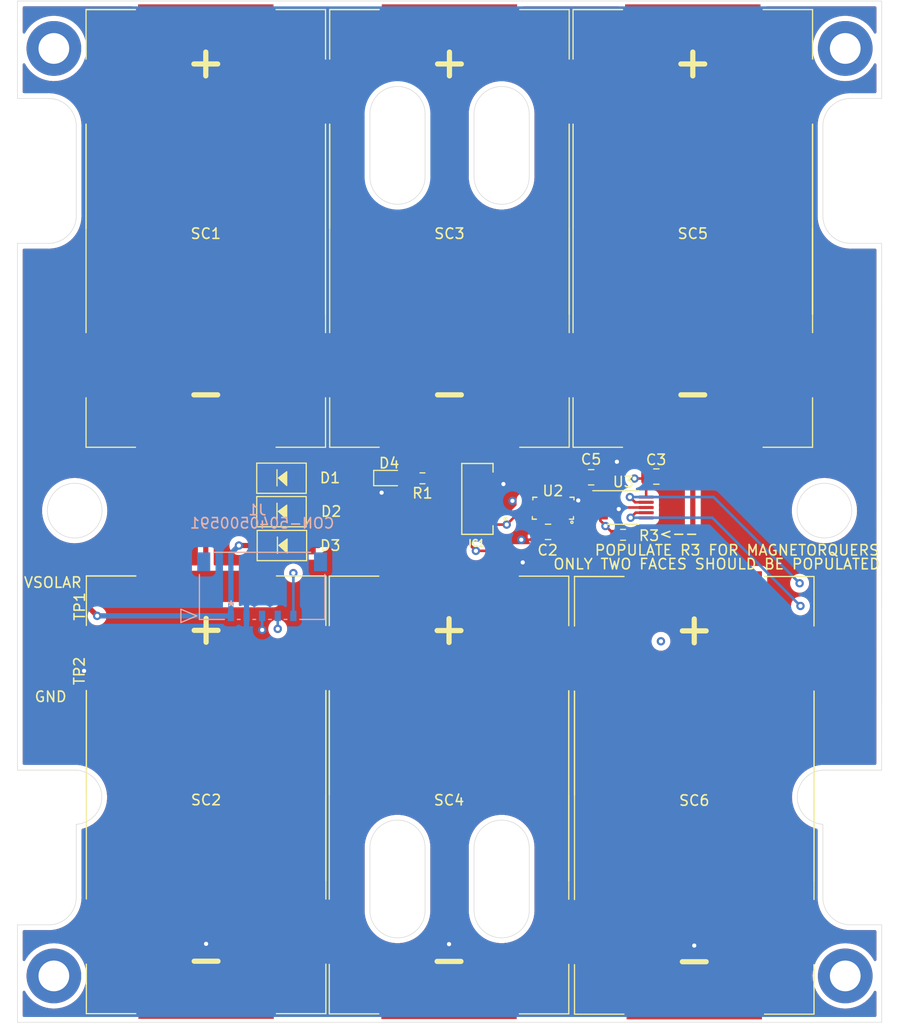
<source format=kicad_pcb>
(kicad_pcb (version 20211014) (generator pcbnew)
  (title_block (title "Yearling 2 XY Faces") (date "2023-01-30") (rev "2.0"))
  (layers (0 "F.Cu" signal) (1 "In1.Cu" signal) (2 "In2.Cu" signal) (31 "B.Cu" signal) (34 "B.Paste" user) (35 "F.Paste" user) (36 "B.SilkS" user "B.Silkscreen") (37 "F.SilkS" user "F.Silkscreen") (38 "B.Mask" user) (39 "F.Mask" user) (44 "Edge.Cuts" user))
  (net 0 "")
  (net 1 "GND")
  (net 2 "+3V3")
  (net 3 "VSOLAR")
  (net 4 "Net-(SC1-Pad2)")
  (net 5 "Net-(SC3-Pad2)")
  (net 6 "Net-(D1-Pad2)")
  (net 7 "Net-(D2-Pad2)")
  (net 8 "SDA")
  (net 9 "SCL")
  (net 10 "Net-(C5-Pad1)")
  (net 17 "Net-(C3-Pad1)")
  (net 20 "Net-(U3-Pad7)")
  (net 21 "Net-(D3-Pad2)")
  (net 22 "Net-(SC5-Pad2)")
  (net 23 "Net-(D4-Pad2)")
  (footprint "SolarPanelBoards:MountingHoles" (layer "F.Cu") (at 106 70.3)
    (fp_text reference "J2" (at 0.54 0.01) (layer "F.SilkS"))
    (fp_text value "Conn_01x01")
    (pad "1" thru_hole circle locked (at 0.5 0) (size 5.25 5.25) (drill 2.95) (layers *.Cu *.Mask))
  )
  (footprint "SolarPanelBoards:MountingHoles" (layer "F.Cu") (at 106 159.3)
    (fp_text reference "J3" (at 0.42 0.13) (layer "F.SilkS"))
    (fp_text value "Conn_01x01")
    (pad "1" thru_hole circle locked (at 0.5 0) (size 5.25 5.25) (drill 2.95) (layers *.Cu *.Mask))
  )
  (footprint "SolarPanelBoards:MountingHoles" (layer "F.Cu") (at 183 70.3)
    (fp_text reference "J4" (at -0.4 0.08) (layer "F.SilkS"))
    (fp_text value "Conn_01x01")
    (pad "1" thru_hole circle locked (at -0.5 0) (size 5.25 5.25) (drill 2.95) (layers *.Cu *.Mask))
  )
  (footprint "SolarPanelBoards:MountingHoles" (layer "F.Cu") (at 183 159.3)
    (fp_text reference "J5" (at -0.62 0.07) (layer "F.SilkS"))
    (fp_text value "Conn_01x01")
    (pad "1" thru_hole circle locked (at -0.5 0) (size 5.25 5.25) (drill 2.95) (layers *.Cu *.Mask))
  )
  (footprint "SolarPanelBoards:MCP9808-NoLeadPackage" (layer "F.Cu") (at 154.45 114.42 90)
    (fp_text reference "U2" (at 1.66 -0.02 180) (layer "F.SilkS"))
    (fp_text value "MCP9808_DFN")
    (fp_line (start 1.05 -1.95) (end 0.8 -1.95) (layer "F.SilkS") (width 0.12))
    (fp_line (start -1.05 -2) (end -0.8 -2) (layer "F.SilkS") (width 0.12))
    (fp_line (start 1.05 -1.65) (end 1.05 -1.55) (layer "F.SilkS") (width 0.12))
    (fp_line (start 1.05 2) (end 1.05 1.7) (layer "F.SilkS") (width 0.12))
    (fp_line (start -1.05 1.95) (end -0.8 1.95) (layer "F.SilkS") (width 0.12))
    (fp_line (start -1.05 -2) (end -1.05 -1.7) (layer "F.SilkS") (width 0.12))
    (fp_line (start -1.05 1.65) (end -1.05 1.95) (layer "F.SilkS") (width 0.12))
    (fp_line (start 1.05 1.7) (end 1.05 1.6) (layer "F.SilkS") (width 0.12))
    (fp_line (start -1.05 1.65) (end -1.05 1.55) (layer "F.SilkS") (width 0.12))
    (fp_line (start 1.05 1.7) (end 1.05 2) (layer "F.SilkS") (width 0.12))
    (fp_line (start 1.05 2) (end 0.8 2) (layer "F.SilkS") (width 0.12))
    (fp_line (start 1.05 -1.65) (end 1.05 -1.95) (layer "F.SilkS") (width 0.12))
    (fp_line (start 1.05 -1.95) (end 1.05 -1.65) (layer "F.SilkS") (width 0.12))
    (fp_line (start -1.05 -1.7) (end -1.05 -1.6) (layer "F.SilkS") (width 0.12))
    (fp_line (start -1.05 -1.7) (end -1.05 -2) (layer "F.SilkS") (width 0.12))
    (fp_line (start -1.05 1.95) (end -1.05 1.65) (layer "F.SilkS") (width 0.12))
    (fp_circle (center -1.35 1.8) (end -1.3 1.8) (layer "F.SilkS") (width 0.12) (fill none))
    (pad "1" smd rect (at -0.75 1.45 90) (size 0.3 0.75) (layers "F.Cu" "F.Paste" "F.Mask") (net 8 "SDA"))
    (pad "2" smd rect (at -0.25 1.45 90) (size 0.3 0.75) (layers "F.Cu" "F.Paste" "F.Mask") (net 9 "SCL"))
    (pad "3" smd rect (at 0.25 1.45 90) (size 0.3 0.75) (layers "F.Cu" "F.Paste" "F.Mask"))
    (pad "4" smd rect (at 0.75 1.45 90) (size 0.3 0.75) (layers "F.Cu" "F.Paste" "F.Mask") (net 1 "GND"))
    (pad "5" smd rect (at 0.75 -1.45 270) (size 0.3 0.75) (layers "F.Cu" "F.Paste" "F.Mask") (net 1 "GND"))
    (pad "6" smd rect (at 0.25 -1.45 270) (size 0.3 0.75) (layers "F.Cu" "F.Paste" "F.Mask") (net 2 "+3V3"))
    (pad "7" smd rect (at -0.25 -1.45 270) (size 0.3 0.75) (layers "F.Cu" "F.Paste" "F.Mask") (net 2 "+3V3"))
    (pad "8" smd rect (at -0.75 -1.45 270) (size 0.3 0.75) (layers "F.Cu" "F.Paste" "F.Mask") (net 2 "+3V3"))
    (pad "9" smd rect (at 0 0 90) (size 1.45 1.75) (layers "F.Cu" "F.Paste" "F.Mask") (net 1 "GND"))
  )
  (footprint "SolarPanelBoards:KXOB101K08F-TR" (layer "F.Cu") (at 167.86 87.57)
    (fp_text reference "SC5" (at 0 0.5) (layer "F.SilkS"))
    (fp_text value "SM101K07TF")
    (fp_text user "+" (at 0 -16) (layer "F.SilkS") (effects (font (size 3 3) (thickness 0.5))))
    (fp_text user "-" (at 0 15.75) (layer "F.SilkS") (effects (font (size 3 3) (thickness 0.5))))
    (fp_line (start -6.75 -21) (end -11.5 -21) (layer "F.SilkS") (width 0.12))
    (fp_line (start 11.5 0) (end 11.5 10) (layer "F.SilkS") (width 0.12))
    (fp_line (start -11.5 -10) (end -11.5 10) (layer "F.SilkS") (width 0.12))
    (fp_line (start -11.5 0) (end -11.5 -10) (layer "F.SilkS") (width 0.12))
    (fp_line (start 11.5 0) (end 11.5 -10) (layer "F.SilkS") (width 0.12))
    (fp_line (start 11.5 8.25) (end 11.5 0) (layer "F.SilkS") (width 0.12))
    (fp_line (start -11.5 -21) (end -11.5 -16.25) (layer "F.SilkS") (width 0.12))
    (fp_line (start 11.5 -10) (end 11.5 8.25) (layer "F.SilkS") (width 0.12))
    (fp_line (start -11.5 -21) (end -6.75 -21) (layer "F.SilkS") (width 0.12))
    (fp_line (start -11.5 21) (end -6.75 21) (layer "F.SilkS") (width 0.12))
    (fp_line (start -11.5 21) (end -11.5 16.25) (layer "F.SilkS") (width 0.12))
    (fp_line (start 11.5 -21) (end 11.5 -16.25) (layer "F.SilkS") (width 0.12))
    (fp_line (start 6.75 21) (end 11.5 21) (layer "F.SilkS") (width 0.12))
    (fp_line (start 6.75 -21) (end 11.5 -21) (layer "F.SilkS") (width 0.12))
    (fp_line (start 11.5 21) (end 11.5 16.25) (layer "F.SilkS") (width 0.12))
    (pad "1" smd rect (at 0 -20) (size 13 3) (layers "F.Cu" "F.Paste" "F.Mask") (net 21 "Net-(D3-Pad2)"))
    (pad "2" smd rect (at 0 20) (size 13 3) (layers "F.Cu" "F.Paste" "F.Mask") (net 22 "Net-(SC5-Pad2)"))
  )
  (footprint "SolarPanelBoards:Test Pad" (layer "F.Cu") (at 106.23 123.95 90)
    (fp_text reference "TP1" (at 0.11 2.75 90 unlocked) (layer "F.SilkS"))
    (fp_text value "TestPoint")
    (pad "1" smd roundrect (at 0 0 90) (size 3 3) (layers "F.Cu" "F.Paste" "F.Mask") (net 3 "VSOLAR"))
  )
  (footprint "SolarPanelBoards:DO-214AC" (layer "F.Cu") (at 128.4 118)
    (fp_text reference "D3" (at 4.65 0) (layer "F.SilkS"))
    (fp_text value "CDBA240LL-HF")
    (fp_line (start -2.375 1.45) (end 2.375 1.45) (layer "F.SilkS") (width 0.12))
    (fp_line (start -2.375 1.45) (end -2.375 -1.45) (layer "F.SilkS") (width 0.12))
    (fp_line (start 2.375 1.45) (end 2.375 -1.45) (layer "F.SilkS") (width 0.12))
    (fp_line (start -0.4318 -0.8128) (end -0.4318 0.7366) (layer "F.SilkS") (width 0.12))
    (fp_line (start -2.375 -1.45) (end 2.375 -1.45) (layer "F.SilkS") (width 0.12))
    (fp_poly (pts (xy 0.508 0.7112) (xy -0.3048 -0.0254) (xy 0.508 -0.635)) (layer "F.SilkS") (width 0.1) (fill solid))
    (pad "1" smd rect locked (at -2 0) (size 2.5 1.7) (layers "F.Cu" "F.Paste" "F.Mask") (net 3 "VSOLAR"))
    (pad "2" smd rect locked (at 2 0) (size 2.5 1.7) (layers "F.Cu" "F.Paste" "F.Mask") (net 21 "Net-(D3-Pad2)"))
  )
  (footprint "SolarPanelBoards:Test Pad" (layer "F.Cu") (at 106.22 130.03 90)
    (fp_text reference "TP2" (at 0 2.73 90 unlocked) (layer "F.SilkS"))
    (fp_text value "TestPoint")
    (pad "1" smd roundrect (at 0 0 90) (size 3 3) (layers "F.Cu" "F.Paste" "F.Mask") (net 1 "GND"))
  )
  (footprint "SolarPanelBoards:DO-214AC" (layer "F.Cu") (at 128.36 111.54)
    (fp_text reference "D1" (at 4.66 -0.03) (layer "F.SilkS"))
    (fp_text value "CDBA240LL-HF")
    (fp_line (start -2.375 1.45) (end -2.375 -1.45) (layer "F.SilkS") (width 0.12))
    (fp_line (start 2.375 1.45) (end 2.375 -1.45) (layer "F.SilkS") (width 0.12))
    (fp_line (start -2.375 1.45) (end 2.375 1.45) (layer "F.SilkS") (width 0.12))
    (fp_line (start -2.375 -1.45) (end 2.375 -1.45) (layer "F.SilkS") (width 0.12))
    (fp_line (start -0.4318 -0.8128) (end -0.4318 0.7366) (layer "F.SilkS") (width 0.12))
    (fp_poly (pts (xy 0.508 0.7112) (xy -0.3048 -0.0254) (xy 0.508 -0.635)) (layer "F.SilkS") (width 0.1) (fill solid))
    (pad "1" smd rect locked (at -2 0) (size 2.5 1.7) (layers "F.Cu" "F.Paste" "F.Mask") (net 3 "VSOLAR"))
    (pad "2" smd rect locked (at 2 0) (size 2.5 1.7) (layers "F.Cu" "F.Paste" "F.Mask") (net 6 "Net-(D1-Pad2)"))
  )
  (footprint "SolarPanelBoards:KXOB101K08F-TR" (layer "F.Cu") (at 144.49 87.57)
    (fp_text reference "SC3" (at 0 0.5) (layer "F.SilkS"))
    (fp_text value "SM101K07TF")
    (fp_text user "-" (at 0 15.75) (layer "F.SilkS") (effects (font (size 3 3) (thickness 0.5))))
    (fp_text user "+" (at 0 -16) (layer "F.SilkS") (effects (font (size 3 3) (thickness 0.5))))
    (fp_line (start -11.5 0) (end -11.5 -10) (layer "F.SilkS") (width 0.12))
    (fp_line (start -11.5 -10) (end -11.5 10) (layer "F.SilkS") (width 0.12))
    (fp_line (start 6.75 -21) (end 11.5 -21) (layer "F.SilkS") (width 0.12))
    (fp_line (start 11.5 -21) (end 11.5 -16.25) (layer "F.SilkS") (width 0.12))
    (fp_line (start -11.5 -21) (end -11.5 -16.25) (layer "F.SilkS") (width 0.12))
    (fp_line (start 11.5 -10) (end 11.5 8.25) (layer "F.SilkS") (width 0.12))
    (fp_line (start -11.5 21) (end -6.75 21) (layer "F.SilkS") (width 0.12))
    (fp_line (start -11.5 21) (end -11.5 16.25) (layer "F.SilkS") (width 0.12))
    (fp_line (start -6.75 -21) (end -11.5 -21) (layer "F.SilkS") (width 0.12))
    (fp_line (start 11.5 8.25) (end 11.5 0) (layer "F.SilkS") (width 0.12))
    (fp_line (start 6.75 21) (end 11.5 21) (layer "F.SilkS") (width 0.12))
    (fp_line (start 11.5 21) (end 11.5 16.25) (layer "F.SilkS") (width 0.12))
    (fp_line (start -11.5 -21) (end -6.75 -21) (layer "F.SilkS") (width 0.12))
    (fp_line (start 11.5 0) (end 11.5 10) (layer "F.SilkS") (width 0.12))
    (fp_line (start 11.5 0) (end 11.5 -10) (layer "F.SilkS") (width 0.12))
    (pad "1" smd rect (at 0 -20) (size 13 3) (layers "F.Cu" "F.Paste" "F.Mask") (net 7 "Net-(D2-Pad2)"))
    (pad "2" smd rect (at 0 20) (size 13 3) (layers "F.Cu" "F.Paste" "F.Mask") (net 5 "Net-(SC3-Pad2)"))
  )
  (footprint "SolarPanelBoards:KXOB101K08F-TR" (layer "F.Cu") (at 144.45 141.94)
    (fp_text reference "SC4" (at 0 0.5) (layer "F.SilkS"))
    (fp_text value "SM101K07TF")
    (fp_text user "-" (at 0 15.75) (layer "F.SilkS") (effects (font (size 3 3) (thickness 0.5))))
    (fp_text user "+" (at 0 -16) (layer "F.SilkS") (effects (font (size 3 3) (thickness 0.5))))
    (fp_line (start 11.5 0) (end 11.5 -10) (layer "F.SilkS") (width 0.12))
    (fp_line (start -11.5 -10) (end -11.5 10) (layer "F.SilkS") (width 0.12))
    (fp_line (start 11.5 -10) (end 11.5 8.25) (layer "F.SilkS") (width 0.12))
    (fp_line (start -11.5 21) (end -6.75 21) (layer "F.SilkS") (width 0.12))
    (fp_line (start 11.5 8.25) (end 11.5 0) (layer "F.SilkS") (width 0.12))
    (fp_line (start -11.5 0) (end -11.5 -10) (layer "F.SilkS") (width 0.12))
    (fp_line (start 11.5 -21) (end 11.5 -16.25) (layer "F.SilkS") (width 0.12))
    (fp_line (start 11.5 0) (end 11.5 10) (layer "F.SilkS") (width 0.12))
    (fp_line (start -6.75 -21) (end -11.5 -21) (layer "F.SilkS") (width 0.12))
    (fp_line (start -11.5 -21) (end -6.75 -21) (layer "F.SilkS") (width 0.12))
    (fp_line (start 11.5 21) (end 11.5 16.25) (layer "F.SilkS") (width 0.12))
    (fp_line (start 6.75 -21) (end 11.5 -21) (layer "F.SilkS") (width 0.12))
    (fp_line (start 6.75 21) (end 11.5 21) (layer "F.SilkS") (width 0.12))
    (fp_line (start -11.5 -21) (end -11.5 -16.25) (layer "F.SilkS") (width 0.12))
    (fp_line (start -11.5 21) (end -11.5 16.25) (layer "F.SilkS") (width 0.12))
    (pad "1" smd rect (at 0 -20) (size 13 3) (layers "F.Cu" "F.Paste" "F.Mask") (net 5 "Net-(SC3-Pad2)"))
    (pad "2" smd rect (at 0 20) (size 13 3) (layers "F.Cu" "F.Paste" "F.Mask") (net 1 "GND"))
  )
  (footprint "SolarPanelBoards:KXOB101K08F-TR" (layer "F.Cu") (at 121.12 141.92)
    (fp_text reference "SC2" (at 0 0.5) (layer "F.SilkS"))
    (fp_text value "SM101K07TF")
    (fp_text user "+" (at 0 -16) (layer "F.SilkS") (effects (font (size 3 3) (thickness 0.5))))
    (fp_text user "-" (at 0 15.75) (layer "F.SilkS") (effects (font (size 3 3) (thickness 0.5))))
    (fp_line (start 11.5 8.25) (end 11.5 0) (layer "F.SilkS") (width 0.12))
    (fp_line (start -11.5 21) (end -6.75 21) (layer "F.SilkS") (width 0.12))
    (fp_line (start -11.5 21) (end -11.5 16.25) (layer "F.SilkS") (width 0.12))
    (fp_line (start -6.75 -21) (end -11.5 -21) (layer "F.SilkS") (width 0.12))
    (fp_line (start 11.5 -10) (end 11.5 8.25) (layer "F.SilkS") (width 0.12))
    (fp_line (start -11.5 0) (end -11.5 -10) (layer "F.SilkS") (width 0.12))
    (fp_line (start -11.5 -10) (end -11.5 10) (layer "F.SilkS") (width 0.12))
    (fp_line (start 11.5 0) (end 11.5 -10) (layer "F.SilkS") (width 0.12))
    (fp_line (start 11.5 -21) (end 11.5 -16.25) (layer "F.SilkS") (width 0.12))
    (fp_line (start -11.5 -21) (end -6.75 -21) (layer "F.SilkS") (width 0.12))
    (fp_line (start 6.75 -21) (end 11.5 -21) (layer "F.SilkS") (width 0.12))
    (fp_line (start -11.5 -21) (end -11.5 -16.25) (layer "F.SilkS") (width 0.12))
    (fp_line (start 11.5 0) (end 11.5 10) (layer "F.SilkS") (width 0.12))
    (fp_line (start 11.5 21) (end 11.5 16.25) (layer "F.SilkS") (width 0.12))
    (fp_line (start 6.75 21) (end 11.5 21) (layer "F.SilkS") (width 0.12))
    (pad "1" smd rect (at 0 -20) (size 13 3) (layers "F.Cu" "F.Paste" "F.Mask") (net 4 "Net-(SC1-Pad2)"))
    (pad "2" smd rect (at 0 20) (size 13 3) (layers "F.Cu" "F.Paste" "F.Mask") (net 1 "GND"))
  )
  (footprint "SolarPanelBoards:DO-214AC" (layer "F.Cu") (at 128.36 114.75)
    (fp_text reference "D2" (at 4.77 -0.02) (layer "F.SilkS"))
    (fp_text value "CDBA240LL-HF")
    (fp_line (start -2.375 1.45) (end -2.375 -1.45) (layer "F.SilkS") (width 0.12))
    (fp_line (start -2.375 -1.45) (end 2.375 -1.45) (layer "F.SilkS") (width 0.12))
    (fp_line (start 2.375 1.45) (end 2.375 -1.45) (layer "F.SilkS") (width 0.12))
    (fp_line (start -2.375 1.45) (end 2.375 1.45) (layer "F.SilkS") (width 0.12))
    (fp_line (start -0.4318 -0.8128) (end -0.4318 0.7366) (layer "F.SilkS") (width 0.12))
    (fp_poly (pts (xy 0.508 0.7112) (xy -0.3048 -0.0254) (xy 0.508 -0.635)) (layer "F.SilkS") (width 0.1) (fill solid))
    (pad "1" smd rect locked (at -2 0) (size 2.5 1.7) (layers "F.Cu" "F.Paste" "F.Mask") (net 3 "VSOLAR"))
    (pad "2" smd rect locked (at 2 0) (size 2.5 1.7) (layers "F.Cu" "F.Paste" "F.Mask") (net 7 "Net-(D2-Pad2)"))
  )
  (footprint "SolarPanelBoards:KXOB101K08F-TR" (layer "F.Cu") (at 168 141.97)
    (fp_text reference "SC6" (at 0 0.5) (layer "F.SilkS"))
    (fp_text value "SM101K07TF")
    (fp_text user "-" (at 0 15.75) (layer "F.SilkS") (effects (font (size 3 3) (thickness 0.5))))
    (fp_text user "+" (at 0 -16) (layer "F.SilkS") (effects (font (size 3 3) (thickness 0.5))))
    (fp_line (start 11.5 0) (end 11.5 10) (layer "F.SilkS") (width 0.12))
    (fp_line (start -6.75 -21) (end -11.5 -21) (layer "F.SilkS") (width 0.12))
    (fp_line (start -11.5 0) (end -11.5 -10) (layer "F.SilkS") (width 0.12))
    (fp_line (start 6.75 -21) (end 11.5 -21) (layer "F.SilkS") (width 0.12))
    (fp_line (start 11.5 0) (end 11.5 -10) (layer "F.SilkS") (width 0.12))
    (fp_line (start -11.5 21) (end -6.75 21) (layer "F.SilkS") (width 0.12))
    (fp_line (start 6.75 21) (end 11.5 21) (layer "F.SilkS") (width 0.12))
    (fp_line (start -11.5 -10) (end -11.5 10) (layer "F.SilkS") (width 0.12))
    (fp_line (start 11.5 -21) (end 11.5 -16.25) (layer "F.SilkS") (width 0.12))
    (fp_line (start 11.5 8.25) (end 11.5 0) (layer "F.SilkS") (width 0.12))
    (fp_line (start -11.5 21) (end -11.5 16.25) (layer "F.SilkS") (width 0.12))
    (fp_line (start -11.5 -21) (end -6.75 -21) (layer "F.SilkS") (width 0.12))
    (fp_line (start -11.5 -21) (end -11.5 -16.25) (layer "F.SilkS") (width 0.12))
    (fp_line (start 11.5 -10) (end 11.5 8.25) (layer "F.SilkS") (width 0.12))
    (fp_line (start 11.5 21) (end 11.5 16.25) (layer "F.SilkS") (width 0.12))
    (pad "1" smd rect (at 0 -20) (size 13 3) (layers "F.Cu" "F.Paste" "F.Mask") (net 22 "Net-(SC5-Pad2)"))
    (pad "2" smd rect (at 0 20) (size 13 3) (layers "F.Cu" "F.Paste" "F.Mask") (net 1 "GND"))
  )
  (footprint "Capacitor_SMD:C_0805_2012Metric" (layer "F.Cu") (at 153.96 116.69)
    (fp_text reference "C2" (at -0.04 1.76) (layer "F.SilkS"))
    (fp_text value "1uF")
    (fp_line (start -0.261252 -0.735) (end 0.261252 -0.735) (layer "F.SilkS") (width 0.12))
    (fp_line (start -0.261252 0.735) (end 0.261252 0.735) (layer "F.SilkS") (width 0.12))
    (pad "1" smd roundrect (at -0.95 0) (size 1 1.45) (layers "F.Cu" "F.Paste" "F.Mask") (net 2 "+3V3"))
    (pad "2" smd roundrect (at 0.95 0) (size 1 1.45) (layers "F.Cu" "F.Paste" "F.Mask") (net 1 "GND"))
  )
  (footprint "Capacitor_SMD:C_0805_2012Metric" (layer "F.Cu") (at 158.1 111.45 180)
    (fp_text reference "C5" (at 0.01 1.72) (layer "F.SilkS"))
    (fp_text value "1uF")
    (fp_line (start -0.261252 0.735) (end 0.261252 0.735) (layer "F.SilkS") (width 0.12))
    (fp_line (start -0.261252 -0.735) (end 0.261252 -0.735) (layer "F.SilkS") (width 0.12))
    (pad "1" smd roundrect (at -0.95 0 180) (size 1 1.45) (layers "F.Cu" "F.Paste" "F.Mask") (net 10 "Net-(C5-Pad1)"))
    (pad "2" smd roundrect (at 0.95 0 180) (size 1 1.45) (layers "F.Cu" "F.Paste" "F.Mask") (net 1 "GND"))
  )
  (footprint "VEML7700-TT:XDCR_VEML7700-TT" (layer "F.Cu") (at 147.175 113.525 180)
    (fp_text reference "IC1" (at 0.082 -4.2564) (layer "F.SilkS") (effects (font (size 0.64 0.64))))
    (fp_text value "VEML7700")
    (fp_line (start 1.5 -3.4) (end 1.5 3.4) (layer "F.SilkS") (width 0.127))
    (fp_line (start -1.5 -2.575) (end -1.5 -3.4) (layer "F.SilkS") (width 0.127))
    (fp_line (start -1.5 3.4) (end -1.5 2.575) (layer "F.SilkS") (width 0.127))
    (fp_line (start -1.5 -3.4) (end 1.5 -3.4) (layer "F.SilkS") (width 0.127))
    (fp_line (start 1.5 3.4) (end -1.5 3.4) (layer "F.SilkS") (width 0.127))
    (fp_circle (center -2.7 -1.905) (end -2.6 -1.905) (layer "F.SilkS") (width 0.2) (fill none))
    (pad "1" smd rect locked (at -0.9 -1.905 180) (size 1.6 0.7) (layers "F.Cu" "F.Paste" "F.Mask") (net 9 "SCL"))
    (pad "2" smd rect locked (at -0.9 -0.635 180) (size 1.6 0.7) (layers "F.Cu" "F.Paste" "F.Mask") (net 2 "+3V3"))
    (pad "3" smd rect locked (at -0.9 0.635 180) (size 1.6 0.7) (layers "F.Cu" "F.Paste" "F.Mask") (net 1 "GND"))
    (pad "4" smd rect locked (at -0.9 1.905 180) (size 1.6 0.7) (layers "F.Cu" "F.Paste" "F.Mask") (net 8 "SDA"))
  )
  (footprint "Resistor_SMD:R_0603_1608Metric" (layer "F.Cu") (at 161.165 116.97 180)
    (fp_text reference "R3" (at -2.495 -0.08) (layer "F.SilkS"))
    (fp_text value "0-Ohm")
    (fp_line (start -0.237258 0.5225) (end 0.237258 0.5225) (layer "F.SilkS") (width 0.12))
    (fp_line (start -0.237258 -0.5225) (end 0.237258 -0.5225) (layer "F.SilkS") (width 0.12))
    (pad "1" smd roundrect (at -0.825 0 180) (size 0.8 0.95) (layers "F.Cu" "F.Paste" "F.Mask") (net 2 "+3V3"))
    (pad "2" smd roundrect (at 0.825 0 180) (size 0.8 0.95) (layers "F.Cu" "F.Paste" "F.Mask") (net 17 "Net-(C3-Pad1)"))
  )
  (footprint "Capacitor_SMD:C_0805_2012Metric" (layer "F.Cu") (at 164.36 111.38)
    (fp_text reference "C3" (at -0.02 -1.61 180) (layer "F.SilkS"))
    (fp_text value "1uF")
    (fp_line (start -0.261252 0.735) (end 0.261252 0.735) (layer "F.SilkS") (width 0.12))
    (fp_line (start -0.261252 -0.735) (end 0.261252 -0.735) (layer "F.SilkS") (width 0.12))
    (pad "1" smd roundrect (at -0.95 0) (size 1 1.45) (layers "F.Cu" "F.Paste" "F.Mask") (net 17 "Net-(C3-Pad1)"))
    (pad "2" smd roundrect (at 0.95 0) (size 1 1.45) (layers "F.Cu" "F.Paste" "F.Mask") (net 1 "GND"))
  )
  (footprint "LED_SMD:LED_0603_1608Metric" (layer "F.Cu") (at 138.7 111.525)
    (fp_text reference "D4" (at 0 -1.43) (layer "F.SilkS"))
    (fp_text value "CQY99")
    (fp_line (start 0.8 -0.735) (end -1.485 -0.735) (layer "F.SilkS") (width 0.12))
    (fp_line (start -1.485 0.735) (end 0.8 0.735) (layer "F.SilkS") (width 0.12))
    (fp_line (start -1.485 -0.735) (end -1.485 0.735) (layer "F.SilkS") (width 0.12))
    (pad "1" smd roundrect (at -0.7875 0) (size 0.875 0.95) (layers "F.Cu" "F.Paste" "F.Mask") (net 1 "GND"))
    (pad "2" smd roundrect (at 0.7875 0) (size 0.875 0.95) (layers "F.Cu" "F.Paste" "F.Mask") (net 23 "Net-(D4-Pad2)"))
  )
  (footprint "SolarPanelBoards:KXOB101K08F-TR" (layer "F.Cu") (at 121.09 87.57)
    (fp_text reference "SC1" (at 0 0.5) (layer "F.SilkS"))
    (fp_text value "SM101K07TF")
    (fp_text user "+" (at 0 -16) (layer "F.SilkS") (effects (font (size 3 3) (thickness 0.5))))
    (fp_text user "-" (at 0 15.75) (layer "F.SilkS") (effects (font (size 3 3) (thickness 0.5))))
    (fp_line (start 11.5 -21) (end 11.5 -16.25) (layer "F.SilkS") (width 0.12))
    (fp_line (start -6.75 -21) (end -11.5 -21) (layer "F.SilkS") (width 0.12))
    (fp_line (start 6.75 21) (end 11.5 21) (layer "F.SilkS") (width 0.12))
    (fp_line (start -11.5 21) (end -11.5 16.25) (layer "F.SilkS") (width 0.12))
    (fp_line (start 11.5 8.25) (end 11.5 0) (layer "F.SilkS") (width 0.12))
    (fp_line (start -11.5 21) (end -6.75 21) (layer "F.SilkS") (width 0.12))
    (fp_line (start 11.5 21) (end 11.5 16.25) (layer "F.SilkS") (width 0.12))
    (fp_line (start -11.5 -21) (end -11.5 -16.25) (layer "F.SilkS") (width 0.12))
    (fp_line (start 11.5 0) (end 11.5 -10) (layer "F.SilkS") (width 0.12))
    (fp_line (start 6.75 -21) (end 11.5 -21) (layer "F.SilkS") (width 0.12))
    (fp_line (start 11.5 0) (end 11.5 10) (layer "F.SilkS") (width 0.12))
    (fp_line (start 11.5 -10) (end 11.5 8.25) (layer "F.SilkS") (width 0.12))
    (fp_line (start -11.5 -10) (end -11.5 10) (layer "F.SilkS") (width 0.12))
    (fp_line (start -11.5 0) (end -11.5 -10) (layer "F.SilkS") (width 0.12))
    (fp_line (start -11.5 -21) (end -6.75 -21) (layer "F.SilkS") (width 0.12))
    (pad "1" smd rect (at 0 -20) (size 13 3) (layers "F.Cu" "F.Paste" "F.Mask") (net 6 "Net-(D1-Pad2)"))
    (pad "2" smd rect (at 0 20) (size 13 3) (layers "F.Cu" "F.Paste" "F.Mask") (net 4 "Net-(SC1-Pad2)"))
  )
  (footprint "Resistor_SMD:R_0603_1608Metric" (layer "F.Cu") (at 141.9 111.55 180)
    (fp_text reference "R1" (at 0 -1.43) (layer "F.SilkS"))
    (fp_text value "1k")
    (fp_line (start -0.237258 -0.5225) (end 0.237258 -0.5225) (layer "F.SilkS") (width 0.12))
    (fp_line (start -0.237258 0.5225) (end 0.237258 0.5225) (layer "F.SilkS") (width 0.12))
    (pad "1" smd roundrect (at -0.825 0 180) (size 0.8 0.95) (layers "F.Cu" "F.Paste" "F.Mask") (net 2 "+3V3"))
    (pad "2" smd roundrect (at 0.825 0 180) (size 0.8 0.95) (layers "F.Cu" "F.Paste" "F.Mask") (net 23 "Net-(D4-Pad2)"))
  )
  (footprint "Package_SO:VSSOP-10_3x3mm_P0.5mm" (layer "F.Cu") (at 161.18 114.35)
    (fp_text reference "U3" (at 0 -2.45) (layer "F.SilkS"))
    (fp_text value "DRV2605LDGS")
    (fp_line (start 0 1.61) (end 1.5 1.61) (layer "F.SilkS") (width 0.12))
    (fp_line (start 0 -1.61) (end -2.925 -1.61) (layer "F.SilkS") (width 0.12))
    (fp_line (start 0 -1.61) (end 1.5 -1.61) (layer "F.SilkS") (width 0.12))
    (fp_line (start 0 1.61) (end -1.5 1.61) (layer "F.SilkS") (width 0.12))
    (pad "1" smd roundrect (at -2.2 -1) (size 1.45 0.3) (layers "F.Cu" "F.Paste" "F.Mask") (net 10 "Net-(C5-Pad1)"))
    (pad "2" smd roundrect (at -2.2 -0.5) (size 1.45 0.3) (layers "F.Cu" "F.Paste" "F.Mask") (net 9 "SCL"))
    (pad "3" smd roundrect (at -2.2 0) (size 1.45 0.3) (layers "F.Cu" "F.Paste" "F.Mask") (net 8 "SDA"))
    (pad "4" smd roundrect (at -2.2 0.5) (size 1.45 0.3) (layers "F.Cu" "F.Paste" "F.Mask") (net 1 "GND"))
    (pad "5" smd roundrect (at -2.2 1) (size 1.45 0.3) (layers "F.Cu" "F.Paste" "F.Mask") (net 17 "Net-(C3-Pad1)"))
    (pad "6" smd roundrect (at 2.2 1) (size 1.45 0.3) (layers "F.Cu" "F.Paste" "F.Mask"))
    (pad "7" smd roundrect (at 2.2 0.5) (size 1.45 0.3) (layers "F.Cu" "F.Paste" "F.Mask") (net 20 "Net-(U3-Pad7)"))
    (pad "8" smd roundrect (at 2.2 0) (size 1.45 0.3) (layers "F.Cu" "F.Paste" "F.Mask") (net 1 "GND"))
    (pad "9" smd roundrect (at 2.2 -0.5) (size 1.45 0.3) (layers "F.Cu" "F.Paste" "F.Mask") (net 20 "Net-(U3-Pad7)"))
    (pad "10" smd roundrect (at 2.2 -1) (size 1.45 0.3) (layers "F.Cu" "F.Paste" "F.Mask") (net 17 "Net-(C3-Pad1)"))
  )
  (footprint "SolarPanelBoards:CON_5040500591" (layer "B.Cu") (at 123.5 124.75 180)
    (fp_text reference "J1" (at -2.54 10.16) (layer "B.SilkS") (effects (justify mirror)))
    (fp_text value "CON-5040500591" (at -3.000002 8.89) (layer "B.SilkS") (effects (justify mirror)))
    (fp_text user "*" (at -0.02 0.88) (layer "B.SilkS") (effects (justify mirror)))
    (fp_line (start -9.024989 -0.34) (end -6.620041 -0.34) (layer "B.SilkS") (width 0.12))
    (fp_line (start -9.024989 3.96996) (end -9.024989 -0.34) (layer "B.SilkS") (width 0.12))
    (fp_line (start -2.379959 -0.34) (end -2.12004 -0.34) (layer "B.SilkS") (width 0.12))
    (fp_line (start -3.879961 -0.34) (end -3.620039 -0.34) (layer "B.SilkS") (width 0.12))
    (fp_line (start 4.802987 -0.635) (end 3.278987 0) (layer "B.SilkS") (width 0.12))
    (fp_line (start -5.379961 -0.34) (end -5.120041 -0.34) (layer "B.SilkS") (width 0.12))
    (fp_line (start 1.660115 6.1) (end -7.660116 6.1) (layer "B.SilkS") (width 0.12))
    (fp_line (start 3.278987 0) (end 4.802987 0.635) (layer "B.SilkS") (width 0.12))
    (fp_line (start -0.87996 -0.34) (end -0.62004 -0.34) (layer "B.SilkS") (width 0.12))
    (fp_line (start 0.62004 -0.34) (end 3.024988 -0.34) (layer "B.SilkS") (width 0.12))
    (fp_line (start 4.802987 0.635) (end 4.802987 -0.635) (layer "B.SilkS") (width 0.12))
    (fp_line (start 3.024988 -0.34) (end 3.024988 3.96996) (layer "B.SilkS") (width 0.12))
    (pad "1" smd rect locked (at 0 0 180) (size 0.6 1) (layers "B.Cu" "B.Paste" "B.Mask") (net 3 "VSOLAR"))
    (pad "2" smd rect locked (at -1.5 0 180) (size 0.6 1) (layers "B.Cu" "B.Paste" "B.Mask") (net 1 "GND"))
    (pad "3" smd rect locked (at -2.999999 0 180) (size 0.6 1) (layers "B.Cu" "B.Paste" "B.Mask") (net 2 "+3V3"))
    (pad "4" smd rect locked (at -4.500001 0 180) (size 0.6 1) (layers "B.Cu" "B.Paste" "B.Mask") (net 9 "SCL"))
    (pad "5" smd rect locked (at -6.000001 0 180) (size 0.6 1) (layers "B.Cu" "B.Paste" "B.Mask") (net 8 "SDA"))
    (pad "6" smd rect locked (at 2.604999 5.19 180) (size 1.25 1.8) (layers "B.Cu" "B.Paste" "B.Mask"))
    (pad "7" smd rect locked (at -8.604999 5.19 180) (size 1.25 1.8) (layers "B.Cu" "B.Paste" "B.Mask"))
  )
  (gr_line (start 136.85 153) (end 136.85 147) (layer "Edge.Cuts") (width 0.05))
  (gr_line (start 142.15 153) (end 142.15 147) (layer "Edge.Cuts") (width 0.05))
  (gr_line (start 146.85 147) (end 146.85 153) (layer "Edge.Cuts") (width 0.05))
  (gr_line (start 152.15 153) (end 152.15 147) (layer "Edge.Cuts") (width 0.05))
  (gr_line (start 142.15 76.6) (end 142.15 82.6) (layer "Edge.Cuts") (width 0.05))
  (gr_line (start 136.85 76.6) (end 136.85 82.6) (layer "Edge.Cuts") (width 0.05))
  (gr_line (start 146.85 76.6) (end 146.85 82.6) (layer "Edge.Cuts") (width 0.05))
  (gr_line (start 152.15 76.6) (end 152.15 82.6) (layer "Edge.Cuts") (width 0.05))
  (gr_line (start 186 65.75) (end 103 65.75) (layer "Edge.Cuts") (width 0.05))
  (gr_circle (center 180.5 114.65) (end 183.125 114.65) (layer "Edge.Cuts") (width 0.05) (fill none))
  (gr_line (start 108.744606 139.55719) (end 103 139.55719) (layer "Edge.Cuts") (width 0.05))
  (gr_arc (start 180.350001 144.749999) (mid 177.895915 142.199891) (end 180.25 139.55719) (layer "Edge.Cuts") (width 0.05))
  (gr_line (start 186 163.75) (end 186 156.45) (layer "Edge.Cuts") (width 0.05))
  (gr_line (start 186 73.1) (end 186 65.75) (layer "Edge.Cuts") (width 0.05))
  (gr_line (start 106 75.1) (end 103 75.1) (layer "Edge.Cuts") (width 0.05))
  (gr_arc (start 106 75.1) (mid 107.873833 75.876167) (end 108.65 77.75) (layer "Edge.Cuts") (width 0.05))
  (gr_arc (start 108.65 86.35) (mid 107.873833 88.223833) (end 106 89) (layer "Edge.Cuts") (width 0.05))
  (gr_line (start 106 89) (end 103 89) (layer "Edge.Cuts") (width 0.05))
  (gr_line (start 108.65 77.75) (end 108.65 86.35) (layer "Edge.Cuts") (width 0.05))
  (gr_arc (start 180.35 77.75) (mid 181.126167 75.876167) (end 183 75.1) (layer "Edge.Cuts") (width 0.05))
  (gr_arc (start 183 89) (mid 181.126167 88.223833) (end 180.35 86.35) (layer "Edge.Cuts") (width 0.05))
  (gr_line (start 183 75.1) (end 186 75.1) (layer "Edge.Cuts") (width 0.05))
  (gr_line (start 180.35 77.75) (end 180.35 86.35) (layer "Edge.Cuts") (width 0.05))
  (gr_line (start 183 89) (end 186 89) (layer "Edge.Cuts") (width 0.05))
  (gr_line (start 103 65.75) (end 103 75.1) (layer "Edge.Cuts") (width 0.05))
  (gr_line (start 103 89) (end 103 139.55719) (layer "Edge.Cuts") (width 0.05))
  (gr_line (start 103 154.4) (end 103 163.75) (layer "Edge.Cuts") (width 0.05))
  (gr_line (start 186 156.45) (end 186 154.4) (layer "Edge.Cuts") (width 0.05))
  (gr_line (start 186 75.1) (end 186 73.1) (layer "Edge.Cuts") (width 0.05))
  (gr_line (start 185.994606 139.55719) (end 180.25 139.55719) (layer "Edge.Cuts") (width 0.05))
  (gr_arc (start 142.15 82.6) (mid 139.5 85.25) (end 136.85 82.6) (layer "Edge.Cuts") (width 0.05))
  (gr_arc (start 108.744606 139.55719) (mid 111.10389 142.19744) (end 108.649999 144.749999) (layer "Edge.Cuts") (width 0.05))
  (gr_line (start 108.65 151.75) (end 108.65 144.75) (layer "Edge.Cuts") (width 0.05))
  (gr_arc (start 146.85 76.6) (mid 149.5 73.95) (end 152.15 76.6) (layer "Edge.Cuts") (width 0.05))
  (gr_arc (start 136.85 76.6) (mid 139.5 73.95) (end 142.15 76.6) (layer "Edge.Cuts") (width 0.05))
  (gr_line (start 103 163.75) (end 186 163.75) (layer "Edge.Cuts") (width 0.05))
  (gr_arc (start 136.85 147) (mid 139.5 144.35) (end 142.15 147) (layer "Edge.Cuts") (width 0.05))
  (gr_line (start 180.35 151.75) (end 180.35 144.75) (layer "Edge.Cuts") (width 0.05))
  (gr_line (start 106 154.4) (end 103 154.4) (layer "Edge.Cuts") (width 0.05))
  (gr_arc (start 142.15 153) (mid 139.5 155.65) (end 136.85 153) (layer "Edge.Cuts") (width 0.05))
  (gr_arc (start 146.85 147) (mid 149.5 144.35) (end 152.15 147) (layer "Edge.Cuts") (width 0.05))
  (gr_arc (start 108.65 151.75) (mid 107.873833 153.623833) (end 106 154.4) (layer "Edge.Cuts") (width 0.05))
  (gr_arc (start 183 154.4) (mid 181.126167 153.623833) (end 180.35 151.75) (layer "Edge.Cuts") (width 0.05))
  (gr_arc (start 152.15 153) (mid 149.5 155.65) (end 146.85 153) (layer "Edge.Cuts") (width 0.05))
  (gr_line (start 183 154.4) (end 186 154.4) (layer "Edge.Cuts") (width 0.05))
  (gr_line (start 186 89) (end 185.994606 139.55719) (layer "Edge.Cuts") (width 0.05))
  (gr_arc (start 152.15 82.6) (mid 149.5 85.25) (end 146.85 82.6) (layer "Edge.Cuts") (width 0.05))
  (gr_circle (center 108.5 114.65) (end 111.125 114.65) (layer "Edge.Cuts") (width 0.05) (fill none))
  (gr_text "GND" (at 106.19 132.51) (layer "F.SilkS") (effects (font (size 1 1))))
  (gr_text "POPULATE R3 FOR MAGNETORQUERS" (at 172.1 118.45) (layer "F.SilkS") (effects (font (size 1 1))))
  (gr_text "<--" (at 166.51 116.85) (layer "F.SilkS") (effects (font (size 1 1))))
  (gr_text "ONLY TWO FACES SHOULD BE POPULATED" (at 170.15 119.78) (layer "F.SilkS") (effects (font (size 1 1))))
  (gr_text "VSOLAR" (at 106.4 121.55) (layer "F.SilkS") (effects (font (size 1 1))))
  (segment (start 148.075 112.89) (end 148.885 112.89) (width 0.25) (layer "F.Cu") (net 1))
  (segment (start 158.36 109.96) (end 158.75 109.96) (width 0.25) (layer "F.Cu") (net 1))
  (segment (start 163.89 109.96) (end 165.31 111.38) (width 0.25) (layer "F.Cu") (net 1))
  (segment (start 158.75 109.96) (end 160.57 109.96) (width 0.25) (layer "F.Cu") (net 1))
  (segment (start 155.9 113.67) (end 155.2 113.67) (width 0.25) (layer "F.Cu") (net 1))
  (segment (start 109.4 130.03) (end 106.05 130.03) (width 0.5) (layer "F.Cu") (net 1))
  (segment (start 154.91 116.69) (end 154.91 114.88) (width 0.25) (layer "F.Cu") (net 1))
  (segment (start 155.9 113.67) (end 156.86 113.67) (width 0.25) (layer "F.Cu") (net 1))
  (segment (start 157.15 111.45) (end 157.15 111.17) (width 0.25) (layer "F.Cu") (net 1))
  (segment (start 144.45 161.94) (end 144.45 156.25) (width 0.5) (layer "F.Cu") (net 1))
  (segment (start 154.45 114.42) (end 153.7 113.67) (width 0.25) (layer "F.Cu") (net 1))
  (segment (start 160.9 114.35) (end 160.75 114.5) (width 0.25) (layer "F.Cu") (net 1))
  (segment (start 160.57 109.96) (end 163.89 109.96) (width 0.25) (layer "F.Cu") (net 1))
  (segment (start 154.91 114.88) (end 154.45 114.42) (width 0.25) (layer "F.Cu") (net 1))
  (segment (start 168 161.97) (end 168 156.39) (width 0.5) (layer "F.Cu") (net 1))
  (segment (start 137.9125 112.8625) (end 137.975 112.925) (width 0.25) (layer "F.Cu") (net 1))
  (segment (start 158.98 114.85) (end 160.4 114.85) (width 0.25) (layer "F.Cu") (net 1))
  (segment (start 157.15 111.17) (end 158.36 109.96) (width 0.25) (layer "F.Cu") (net 1))
  (segment (start 121.12 161.92) (end 121.12 156.22) (width 0.5) (layer "F.Cu") (net 1))
  (segment (start 153.7 113.67) (end 153 113.67) (width 0.25) (layer "F.Cu") (net 1))
  (segment (start 160.4 114.85) (end 160.75 114.5) (width 0.25) (layer "F.Cu") (net 1))
  (segment (start 155.2 113.67) (end 154.485 114.385) (width 0.25) (layer "F.Cu") (net 1))
  (segment (start 148.885 112.89) (end 149.675 112.1) (width 0.25) (layer "F.Cu") (net 1))
  (segment (start 163.38 114.35) (end 160.9 114.35) (width 0.25) (layer "F.Cu") (net 1))
  (segment (start 154.485 114.385) (end 154.45 114.42) (width 0.25) (layer "F.Cu") (net 1))
  (segment (start 137.9125 111.525) (end 137.9125 112.8625) (width 0.25) (layer "F.Cu") (net 1))
  (via (at 168 156.39) (size 0.8) (drill 0.4) (layers "F.Cu" "B.Cu") (net 1))
  (via (at 156.86 113.67) (size 0.8) (drill 0.4) (layers "F.Cu" "B.Cu") (net 1))
  (via (at 160.57 109.96) (size 0.8) (drill 0.4) (layers "F.Cu" "B.Cu") (net 1))
  (via (at 109.4 130.03) (size 0.8) (drill 0.4) (layers "F.Cu" "B.Cu") (net 1))
  (via (at 144.45 156.25) (size 0.8) (drill 0.4) (layers "F.Cu" "B.Cu") (net 1))
  (via (at 151.53 119.62) (size 0.8) (drill 0.4) (layers "F.Cu" "B.Cu") (net 1))
  (via (at 149.675 112.1) (size 0.8) (drill 0.4) (layers "F.Cu" "B.Cu") (net 1))
  (via (at 121.12 156.22) (size 0.8) (drill 0.4) (layers "F.Cu" "B.Cu") (net 1))
  (via (at 137.975 112.925) (size 0.8) (drill 0.4) (layers "F.Cu" "B.Cu") (net 1))
  (via (at 160.75 114.5) (size 0.8) (drill 0.4) (layers "F.Cu" "B.Cu") (net 1))
  (segment (start 153 114.17) (end 153 115.17) (width 0.25) (layer "F.Cu") (net 2))
  (segment (start 153.01 116.69) (end 153.01 115.18) (width 0.25) (layer "F.Cu") (net 2))
  (segment (start 150.54 113.71) (end 150.09 114.16) (width 0.25) (layer "F.Cu") (net 2))
  (segment (start 150.09 114.16) (end 148.075 114.16) (width 0.25) (layer "F.Cu") (net 2))
  (segment (start 153.01 115.18) (end 153 115.17) (width 0.25) (layer "F.Cu") (net 2))
  (segment (start 151.39 117.44) (end 152.26 117.44) (width 0.25) (layer "F.Cu") (net 2))
  (segment (start 152.26 117.44) (end 153.01 116.69) (width 0.25) (layer "F.Cu") (net 2))
  (via (at 150.54 113.71) (size 0.8) (drill 0.4) (layers "F.Cu" "B.Cu") (net 2))
  (via (at 126.51 126.1) (size 0.8) (drill 0.4) (layers "F.Cu" "B.Cu") (net 2))
  (via (at 151.39 117.44) (size 0.8) (drill 0.4) (layers "F.Cu" "B.Cu") (net 2))
  (segment (start 126.499999 126.089999) (end 126.51 126.1) (width 0.25) (layer "B.Cu") (net 2))
  (segment (start 126.499999 124.75) (end 126.499999 126.089999) (width 0.25) (layer "B.Cu") (net 2))
  (segment (start 126.36 117.96) (end 126.4 118) (width 0.5) (layer "F.Cu") (net 3))
  (segment (start 126.36 111.54) (end 126.36 117.96) (width 0.5) (layer "F.Cu") (net 3))
  (segment (start 126.4 118) (end 124.27 118) (width 0.5) (layer "F.Cu") (net 3))
  (segment (start 109.86 123.95) (end 110.66 124.75) (width 0.5) (layer "F.Cu") (net 3))
  (segment (start 106.23 123.95) (end 109.86 123.95) (width 0.5) (layer "F.Cu") (net 3))
  (via (at 124.27 118) (size 0.8) (drill 0.4) (layers "F.Cu" "B.Cu") (net 3))
  (via (at 110.66 124.75) (size 0.8) (drill 0.4) (layers "F.Cu" "B.Cu") (net 3))
  (segment (start 123.5 124.75) (end 110.66 124.75) (width 0.5) (layer "B.Cu") (net 3))
  (segment (start 123.5 118.77) (end 124.27 118) (width 0.5) (layer "B.Cu") (net 3))
  (segment (start 123.5 124.75) (end 123.5 118.77) (width 0.5) (layer "B.Cu") (net 3))
  (segment (start 121.09 107.57) (end 121.09 121.89) (width 0.5) (layer "F.Cu") (net 4))
  (segment (start 121.09 121.89) (end 121.12 121.92) (width 0.5) (layer "F.Cu") (net 4))
  (segment (start 144.49 121.9) (end 144.45 121.94) (width 0.5) (layer "F.Cu") (net 5))
  (segment (start 144.49 107.57) (end 144.49 121.9) (width 0.5) (layer "F.Cu") (net 5))
  (segment (start 130.36 76.84) (end 130.36 111.54) (width 0.5) (layer "F.Cu") (net 6))
  (segment (start 121.09 67.57) (end 130.36 76.84) (width 0.5) (layer "F.Cu") (net 6))
  (segment (start 144.49 93.92) (end 133.24 105.17) (width 0.5) (layer "F.Cu") (net 7))
  (segment (start 133.24 111.87) (end 133.24 105.17) (width 0.5) (layer "F.Cu") (net 7))
  (segment (start 130.36 114.75) (end 133.24 111.87) (width 0.5) (layer "F.Cu") (net 7))
  (segment (start 144.49 67.57) (end 144.49 93.92) (width 0.5) (layer "F.Cu") (net 7))
  (segment (start 155.9 115.17) (end 157.369315 115.17) (width 0.25) (layer "F.Cu") (net 8))
  (segment (start 146.5 117.98) (end 147.03 118.51) (width 0.25) (layer "F.Cu") (net 8))
  (segment (start 157.369315 115.17) (end 158.189315 114.35) (width 0.25) (layer "F.Cu") (net 8))
  (segment (start 155.9 117.44) (end 154.83 118.51) (width 0.25) (layer "F.Cu") (net 8))
  (segment (start 148.075 111.62) (end 146.88 111.62) (width 0.25) (layer "F.Cu") (net 8))
  (segment (start 146.5 112) (end 146.5 117.98) (width 0.25) (layer "F.Cu") (net 8))
  (segment (start 154.83 118.51) (end 147.03 118.51) (width 0.25) (layer "F.Cu") (net 8))
  (segment (start 158.189315 114.35) (end 158.98 114.35) (width 0.25) (layer "F.Cu") (net 8))
  (segment (start 146.88 111.62) (end 146.5 112) (width 0.25) (layer "F.Cu") (net 8))
  (segment (start 155.9 115.17) (end 155.9 117.44) (width 0.25) (layer "F.Cu") (net 8))
  (segment (start 147.03 118.51) (end 146.91 118.51) (width 0.25) (layer "F.Cu") (net 8))
  (via (at 147.03 118.51) (size 0.8) (drill 0.4) (layers "F.Cu" "B.Cu") (net 8))
  (via (at 129.5 120.644998) (size 0.8) (drill 0.4) (layers "F.Cu" "B.Cu") (net 8))
  (segment (start 129.5 120.644998) (end 129.500001 124.75) (width 0.25) (layer "B.Cu") (net 8))
  (segment (start 151.57 114.41) (end 149.99 115.99) (width 0.25) (layer "F.Cu") (net 9))
  (segment (start 157.159315 112.82) (end 152.37 112.82) (width 0.25) (layer "F.Cu") (net 9))
  (segment (start 158.98 113.85) (end 158.189315 113.85) (width 0.25) (layer "F.Cu") (net 9))
  (segment (start 148.635 115.99) (end 148.075 115.43) (width 0.25) (layer "F.Cu") (net 9))
  (segment (start 158.189315 113.85) (end 157.705305 113.85) (width 0.25) (layer "F.Cu") (net 9))
  (segment (start 152.37 112.82) (end 151.57 113.62) (width 0.25) (layer "F.Cu") (net 9))
  (segment (start 157.705305 113.85) (end 156.885305 114.67) (width 0.25) (layer "F.Cu") (net 9))
  (segment (start 149.99 115.99) (end 148.635 115.99) (width 0.25) (layer "F.Cu") (net 9))
  (segment (start 156.885305 114.67) (end 155.9 114.67) (width 0.25) (layer "F.Cu") (net 9))
  (segment (start 151.57 113.62) (end 151.57 114.41) (width 0.25) (layer "F.Cu") (net 9))
  (segment (start 158.189315 113.85) (end 157.159315 112.82) (width 0.25) (layer "F.Cu") (net 9))
  (via (at 149.99 115.99) (size 0.8) (drill 0.4) (layers "F.Cu" "B.Cu") (net 9))
  (via (at 128.000001 125.999999) (size 0.8) (drill 0.4) (layers "F.Cu" "B.Cu") (net 9))
  (segment (start 128.000001 124.75) (end 128.000001 125.999999) (width 0.25) (layer "B.Cu") (net 9))
  (segment (start 128.000001 125.999999) (end 128.000001 126.000001) (width 0.25) (layer "B.Cu") (net 9))
  (segment (start 159.05 111.45) (end 159.05 113.28) (width 0.25) (layer "F.Cu") (net 10))
  (segment (start 159.05 113.28) (end 158.98 113.35) (width 0.25) (layer "F.Cu") (net 10))
  (segment (start 163.41 111.57) (end 162.26 111.57) (width 0.25) (layer "F.Cu") (net 17))
  (segment (start 158.98 115.35) (end 158.98 115.61) (width 0.25) (layer "F.Cu") (net 17))
  (segment (start 158.98 115.61) (end 160.34 116.97) (width 0.25) (layer "F.Cu") (net 17))
  (segment (start 163.38 113.35) (end 163.38 111.41) (width 0.25) (layer "F.Cu") (net 17))
  (segment (start 163.38 111.41) (end 163.41 111.38) (width 0.25) (layer "F.Cu") (net 17))
  (via (at 159.47 116.13) (size 0.8) (drill 0.4) (layers "F.Cu" "B.Cu") (net 17))
  (via (at 162.26 111.57) (size 0.8) (drill 0.4) (layers "F.Cu" "B.Cu") (net 17))
  (segment (start 163.38 114.85) (end 162.37 114.85) (width 0.25) (layer "F.Cu") (net 20))
  (segment (start 162.32 113.85) (end 161.82 113.35) (width 0.25) (layer "F.Cu") (net 20))
  (segment (start 162.37 114.85) (end 161.89 115.33) (width 0.25) (layer "F.Cu") (net 20))
  (segment (start 163.38 113.85) (end 162.32 113.85) (width 0.25) (layer "F.Cu") (net 20))
  (via (at 178.2 123.8) (size 0.8) (drill 0.4) (layers "F.Cu" "B.Cu") (net 20))
  (via (at 161.89 115.33) (size 0.8) (drill 0.4) (layers "F.Cu" "B.Cu") (net 20))
  (via (at 161.82 113.35) (size 0.8) (drill 0.4) (layers "F.Cu" "B.Cu") (net 20))
  (via (at 178.12 121.62) (size 0.8) (drill 0.4) (layers "F.Cu" "B.Cu") (net 20))
  (via (at 164.8 127.19) (size 0.8) (drill 0.4) (layers "F.Cu" "B.Cu") (net 20))
  (segment (start 169.85 113.35) (end 178.12 121.62) (width 0.25) (layer "B.Cu") (net 20))
  (segment (start 169.73 115.33) (end 178.2 123.8) (width 0.25) (layer "B.Cu") (net 20))
  (segment (start 161.89 115.33) (end 169.73 115.33) (width 0.25) (layer "B.Cu") (net 20))
  (segment (start 161.82 113.35) (end 169.85 113.35) (width 0.25) (layer "B.Cu") (net 20))
  (segment (start 136.28 113.63) (end 136.28 104.9) (width 0.5) (layer "F.Cu") (net 21))
  (segment (start 130.4 118) (end 131.91 118) (width 0.5) (layer "F.Cu") (net 21))
  (segment (start 131.91 118) (end 136.28 113.63) (width 0.5) (layer "F.Cu") (net 21))
  (segment (start 136.28 104.9) (end 167.86 73.32) (width 0.5) (layer "F.Cu") (net 21))
  (segment (start 167.86 73.32) (end 167.86 67.57) (width 0.5) (layer "F.Cu") (net 21))
  (segment (start 167.86 121.83) (end 168 121.97) (width 0.5) (layer "F.Cu") (net 22))
  (segment (start 167.86 107.57) (end 167.86 121.83) (width 0.5) (layer "F.Cu") (net 22))
  (segment (start 141.075 111.55) (end 139.5125 111.55) (width 0.25) (layer "F.Cu") (net 23))
  (segment (start 139.5125 111.55) (end 139.4875 111.525) (width 0.25) (layer "F.Cu") (net 23))
  (zone (net 2) (net_name "+3V3") (layer "F.Cu") (connect_pads (clearance 0.508)) (min_thickness 0.254) (fill yes (thermal_gap 0.508) (thermal_bridge_width 0.508))
    (polygon (pts (xy 185.99 163.75) (xy 103 163.75) (xy 103 65.77) (xy 185.98 65.76)))
  )
  (zone (net 1) (net_name "GND") (layer "B.Cu") (connect_pads (clearance 0.508)) (min_thickness 0.254) (fill yes (thermal_gap 0.508) (thermal_bridge_width 0.508))
    (polygon (pts (xy 186 163.75) (xy 103 163.75) (xy 103 65.76) (xy 186 65.76)))
  )
)
</source>
